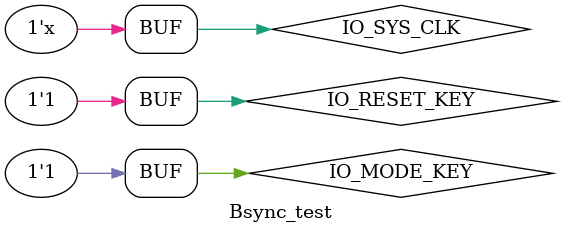
<source format=v>
`timescale 1ns / 1ps


module Bsync_test;

	// Inputs
	reg IO_SYS_CLK;
	reg IO_RESET_KEY;
	reg IO_MODE_KEY;
	// Outputs
	wire IO_BSYNC_OUT;
	wire LED1;
	wire LED2;
	// Instantiate the Unit Under Test (UUT)
	Bsync uut (
		.IO_SYS_CLK(IO_SYS_CLK), 
		.IO_RESET_KEY(IO_RESET_KEY), 
		.IO_BSYNC_OUT(IO_BSYNC_OUT), 
		.LED1(LED1),
		.LED2(LED2),
		.IO_MODE_KEY(IO_MODE_KEY)
	);

	always begin
		#1	IO_SYS_CLK = !IO_SYS_CLK;
	end
	
	initial begin
		// Initialize Inputs
		IO_SYS_CLK = 0;
		IO_RESET_KEY = 0;
		IO_MODE_KEY = 1;
		#100
		IO_RESET_KEY = 1;
		#50
		
		IO_MODE_KEY = 0;
		#21000000
		IO_MODE_KEY = 1;
		#3000000000
		IO_MODE_KEY = 0;
		#21000000
		IO_MODE_KEY = 1;
	end
      
endmodule


</source>
